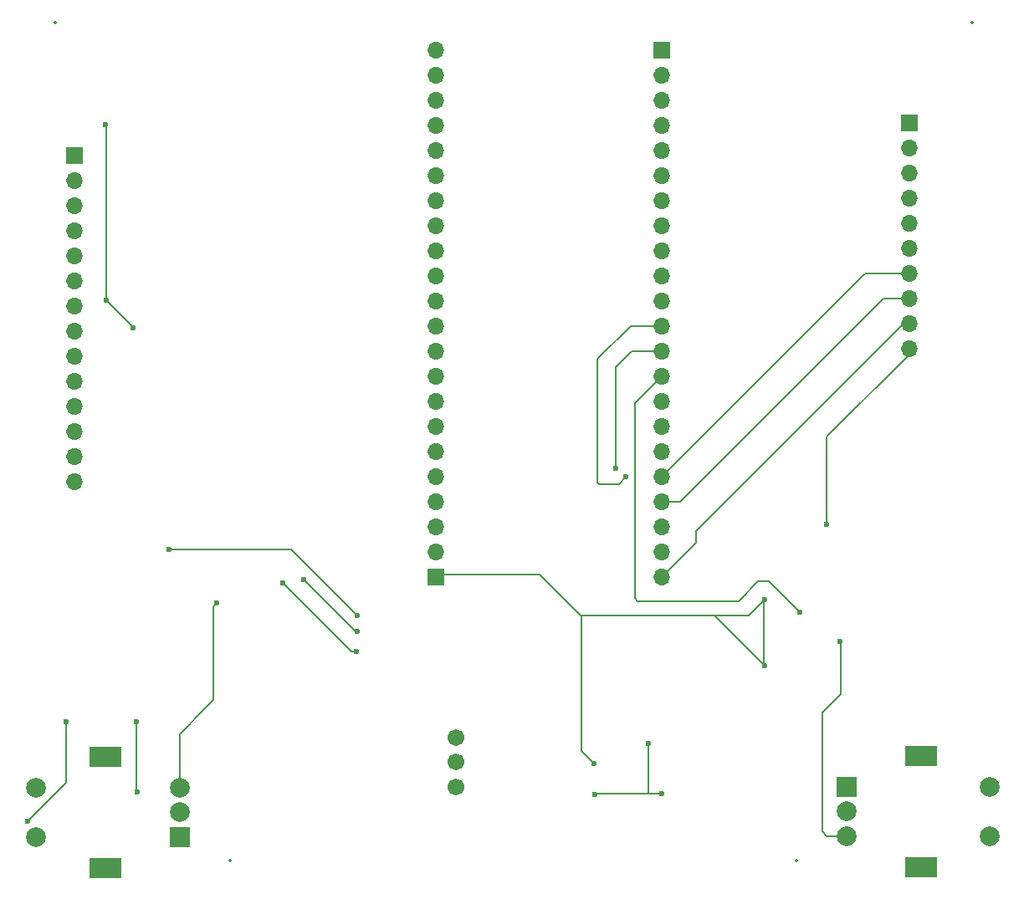
<source format=gbl>
%TF.GenerationSoftware,KiCad,Pcbnew,8.0.1-rc1*%
%TF.CreationDate,2024-08-02T09:31:45-04:00*%
%TF.ProjectId,Schema,53636865-6d61-42e6-9b69-6361645f7063,rev?*%
%TF.SameCoordinates,Original*%
%TF.FileFunction,Copper,L2,Bot*%
%TF.FilePolarity,Positive*%
%FSLAX46Y46*%
G04 Gerber Fmt 4.6, Leading zero omitted, Abs format (unit mm)*
G04 Created by KiCad (PCBNEW 8.0.1-rc1) date 2024-08-02 09:31:45*
%MOMM*%
%LPD*%
G01*
G04 APERTURE LIST*
%TA.AperFunction,ComponentPad*%
%ADD10R,1.700000X1.700000*%
%TD*%
%TA.AperFunction,ComponentPad*%
%ADD11O,1.700000X1.700000*%
%TD*%
%TA.AperFunction,ComponentPad*%
%ADD12R,2.000000X2.000000*%
%TD*%
%TA.AperFunction,ComponentPad*%
%ADD13C,2.000000*%
%TD*%
%TA.AperFunction,ComponentPad*%
%ADD14R,3.200000X2.000000*%
%TD*%
%TA.AperFunction,ComponentPad*%
%ADD15C,1.701800*%
%TD*%
%TA.AperFunction,ViaPad*%
%ADD16C,0.600000*%
%TD*%
%TA.AperFunction,Conductor*%
%ADD17C,0.200000*%
%TD*%
%ADD18C,0.300000*%
%ADD19C,0.350000*%
%ADD20O,2.800000X1.500000*%
G04 APERTURE END LIST*
D10*
%TO.P,J4,1,Pin_1*%
%TO.N,3V3*%
X75620000Y-49360000D03*
D11*
%TO.P,J4,2,Pin_2*%
%TO.N,GND*%
X75620000Y-51900000D03*
%TO.P,J4,3,Pin_3*%
%TO.N,/GPIO14-CS*%
X75620000Y-54440000D03*
%TO.P,J4,4,Pin_4*%
%TO.N,/GPIO13-RESET*%
X75620000Y-56980000D03*
%TO.P,J4,5,Pin_5*%
%TO.N,/GPIO12-DC*%
X75620000Y-59520000D03*
%TO.P,J4,6,Pin_6*%
%TO.N,/GPIO11-SDI*%
X75620000Y-62060000D03*
%TO.P,J4,7,Pin_7*%
%TO.N,/GPIO10-SCk*%
X75620000Y-64600000D03*
%TO.P,J4,8,Pin_8*%
%TO.N,3V3*%
X75620000Y-67140000D03*
%TO.P,J4,9,Pin_9*%
%TO.N,/GPIO9-SDO*%
X75620000Y-69680000D03*
%TO.P,J4,10,Pin_10*%
%TO.N,/T_CLK*%
X75620000Y-72220000D03*
%TO.P,J4,11,Pin_11*%
%TO.N,/T_CS*%
X75620000Y-74760000D03*
%TO.P,J4,12,Pin_12*%
%TO.N,/T_DIN*%
X75620000Y-77300000D03*
%TO.P,J4,13,Pin_13*%
%TO.N,/T_DO*%
X75620000Y-79840000D03*
%TO.P,J4,14,Pin_14*%
%TO.N,/T_IRQ*%
X75620000Y-82380000D03*
%TD*%
D12*
%TO.P,SW1,A,A*%
%TO.N,/GPIO42-chA_X*%
X86280000Y-118360000D03*
D13*
%TO.P,SW1,B,B*%
%TO.N,/GPIO41-chB_X*%
X86280000Y-113360000D03*
%TO.P,SW1,C,C*%
%TO.N,GND*%
X86280000Y-115860000D03*
D14*
%TO.P,SW1,MP*%
%TO.N,N/C*%
X78780000Y-121460000D03*
X78780000Y-110260000D03*
D13*
%TO.P,SW1,S1,S1*%
%TO.N,GND*%
X71780000Y-113360000D03*
%TO.P,SW1,S2,S2*%
%TO.N,Net-(R3-Pad1)*%
X71780000Y-118360000D03*
%TD*%
D15*
%TO.P,SW3,A*%
%TO.N,N/C*%
X114269100Y-108270000D03*
%TO.P,SW3,B*%
X114269100Y-110770000D03*
%TO.P,SW3,C*%
X114269100Y-113270000D03*
%TD*%
D12*
%TO.P,SW2,A,A*%
%TO.N,/GPIO40-chA_Y*%
X153780000Y-113280000D03*
D13*
%TO.P,SW2,B,B*%
%TO.N,/GPIO39-chB_Y*%
X153780000Y-118280000D03*
%TO.P,SW2,C,C*%
%TO.N,GND*%
X153780000Y-115780000D03*
D14*
%TO.P,SW2,MP*%
%TO.N,N/C*%
X161280000Y-110180000D03*
X161280000Y-121380000D03*
D13*
%TO.P,SW2,S1,S1*%
%TO.N,GND*%
X168280000Y-118280000D03*
%TO.P,SW2,S2,S2*%
%TO.N,Net-(R16-Pad2)*%
X168280000Y-113280000D03*
%TD*%
D10*
%TO.P,J3,1,Pin_1*%
%TO.N,/FSYNC*%
X160110000Y-46030000D03*
D11*
%TO.P,J3,2,Pin_2*%
%TO.N,/NCS*%
X160110000Y-48570000D03*
%TO.P,J3,3,Pin_3*%
%TO.N,/INT*%
X160110000Y-51110000D03*
%TO.P,J3,4,Pin_4*%
%TO.N,GND*%
X160110000Y-53650000D03*
%TO.P,J3,5,Pin_5*%
%TO.N,/ECL*%
X160110000Y-56190000D03*
%TO.P,J3,6,Pin_6*%
%TO.N,/EDA*%
X160110000Y-58730000D03*
%TO.P,J3,7,Pin_7*%
%TO.N,/GPIO2-SDA*%
X160110000Y-61270000D03*
%TO.P,J3,8,Pin_8*%
%TO.N,/GPIO1-SCL*%
X160110000Y-63810000D03*
%TO.P,J3,9,Pin_9*%
%TO.N,GND*%
X160110000Y-66350000D03*
%TO.P,J3,10,Pin_10*%
%TO.N,3V3*%
X160110000Y-68890000D03*
%TD*%
D10*
%TO.P,J1,1,Pin_1*%
%TO.N,3V3*%
X112220000Y-92010000D03*
D11*
%TO.P,J1,2,Pin_2*%
X112220000Y-89470000D03*
%TO.P,J1,3,Pin_3*%
%TO.N,/RST*%
X112220000Y-86930000D03*
%TO.P,J1,4,Pin_4*%
%TO.N,/GPIO4*%
X112220000Y-84390000D03*
%TO.P,J1,5,Pin_5*%
%TO.N,/GPIO5*%
X112220000Y-81850000D03*
%TO.P,J1,6,Pin_6*%
%TO.N,/GPIO6*%
X112220000Y-79310000D03*
%TO.P,J1,7,Pin_7*%
%TO.N,/GPIO7*%
X112220000Y-76770000D03*
%TO.P,J1,8,Pin_8*%
%TO.N,/GPIO15*%
X112220000Y-74230000D03*
%TO.P,J1,9,Pin_9*%
%TO.N,/GPIO16*%
X112220000Y-71690000D03*
%TO.P,J1,10,Pin_10*%
%TO.N,/GPIO17*%
X112220000Y-69150000D03*
%TO.P,J1,11,Pin_11*%
%TO.N,/GPIO18*%
X112220000Y-66610000D03*
%TO.P,J1,12,Pin_12*%
%TO.N,/GPIO8*%
X112220000Y-64070000D03*
%TO.P,J1,13,Pin_13*%
%TO.N,/GPIO3*%
X112220000Y-61530000D03*
%TO.P,J1,14,Pin_14*%
%TO.N,/GPIO46*%
X112220000Y-58990000D03*
%TO.P,J1,15,Pin_15*%
%TO.N,/GPIO9-SDO*%
X112220000Y-56450000D03*
%TO.P,J1,16,Pin_16*%
%TO.N,/GPIO10-SCk*%
X112220000Y-53910000D03*
%TO.P,J1,17,Pin_17*%
%TO.N,/GPIO11-SDI*%
X112220000Y-51370000D03*
%TO.P,J1,18,Pin_18*%
%TO.N,/GPIO12-DC*%
X112220000Y-48830000D03*
%TO.P,J1,19,Pin_19*%
%TO.N,/GPIO13-RESET*%
X112220000Y-46290000D03*
%TO.P,J1,20,Pin_20*%
%TO.N,/GPIO14-CS*%
X112220000Y-43750000D03*
%TO.P,J1,21,Pin_21*%
%TO.N,5V*%
X112220000Y-41210000D03*
%TO.P,J1,22,Pin_22*%
%TO.N,GND*%
X112220000Y-38670000D03*
%TD*%
D10*
%TO.P,J2,1,Pin_1*%
%TO.N,GND*%
X135070000Y-38660000D03*
D11*
%TO.P,J2,2,Pin_2*%
X135070000Y-41200000D03*
%TO.P,J2,3,Pin_3*%
%TO.N,/GPIO19*%
X135070000Y-43740000D03*
%TO.P,J2,4,Pin_4*%
%TO.N,/GPIO20*%
X135070000Y-46280000D03*
%TO.P,J2,5,Pin_5*%
%TO.N,/GPIO21-BSW3*%
X135070000Y-48820000D03*
%TO.P,J2,6,Pin_6*%
%TO.N,/GPIO47-BSW2*%
X135070000Y-51360000D03*
%TO.P,J2,7,Pin_7*%
%TO.N,/GPIO48-BSW1*%
X135070000Y-53900000D03*
%TO.P,J2,8,Pin_8*%
%TO.N,/GPIO45*%
X135070000Y-56440000D03*
%TO.P,J2,9,Pin_9*%
%TO.N,/GPIO0*%
X135070000Y-58980000D03*
%TO.P,J2,10,Pin_10*%
%TO.N,/GPIO35*%
X135070000Y-61520000D03*
%TO.P,J2,11,Pin_11*%
%TO.N,/GPIO36*%
X135070000Y-64060000D03*
%TO.P,J2,12,Pin_12*%
%TO.N,/GPIO37-chB_S*%
X135070000Y-66600000D03*
%TO.P,J2,13,Pin_13*%
%TO.N,/GPIO38_chA_S*%
X135070000Y-69140000D03*
%TO.P,J2,14,Pin_14*%
%TO.N,/GPIO39-chB_Y*%
X135070000Y-71680000D03*
%TO.P,J2,15,Pin_15*%
%TO.N,/GPIO40-chA_Y*%
X135070000Y-74220000D03*
%TO.P,J2,16,Pin_16*%
%TO.N,/GPIO41-chB_X*%
X135070000Y-76760000D03*
%TO.P,J2,17,Pin_17*%
%TO.N,/GPIO42-chA_X*%
X135070000Y-79300000D03*
%TO.P,J2,18,Pin_18*%
%TO.N,/GPIO2-SDA*%
X135070000Y-81840000D03*
%TO.P,J2,19,Pin_19*%
%TO.N,/GPIO1-SCL*%
X135070000Y-84380000D03*
%TO.P,J2,20,Pin_20*%
%TO.N,/RX*%
X135070000Y-86920000D03*
%TO.P,J2,21,Pin_21*%
%TO.N,/TX*%
X135070000Y-89460000D03*
%TO.P,J2,22,Pin_22*%
%TO.N,GND*%
X135070000Y-92000000D03*
%TD*%
D16*
%TO.N,3V3*%
X81580000Y-66780000D03*
X78800000Y-46260000D03*
X78830000Y-63970000D03*
X145510000Y-94300000D03*
X151780000Y-86700000D03*
X128240000Y-110907500D03*
X145450000Y-101020000D03*
%TO.N,Net-(C5-Pad1)*%
X133730000Y-108916860D03*
X135089057Y-113960000D03*
X128270000Y-114020000D03*
%TO.N,/GPIO38_chA_S*%
X130390000Y-81010000D03*
%TO.N,/GPIO41-chB_X*%
X89990000Y-94690000D03*
X98820000Y-92300000D03*
X104220000Y-97540000D03*
%TO.N,/GPIO42-chA_X*%
X96700000Y-92640000D03*
X81955000Y-113795000D03*
X81900000Y-106690000D03*
X104200000Y-99610000D03*
%TO.N,/GPIO48-BSW1*%
X85220000Y-89230000D03*
X104250000Y-95930000D03*
%TO.N,/GPIO37-chB_S*%
X131470000Y-81880000D03*
%TO.N,/GPIO39-chB_Y*%
X149020000Y-95570000D03*
X153130000Y-98550000D03*
%TO.N,Net-(R3-Pad1)*%
X70870000Y-116760000D03*
X74805000Y-106665000D03*
%TD*%
D17*
%TO.N,3V3*%
X126880000Y-95930000D02*
X140390000Y-95930000D01*
X160110000Y-69480000D02*
X160110000Y-68890000D01*
X122740000Y-91790000D02*
X112200000Y-91790000D01*
X78800000Y-46260000D02*
X78830000Y-46290000D01*
X78830000Y-46290000D02*
X78830000Y-63970000D01*
X78830000Y-63970000D02*
X81580000Y-66720000D01*
X143880000Y-95930000D02*
X145510000Y-94300000D01*
X145450000Y-101020000D02*
X145420000Y-100990000D01*
X140390000Y-95960000D02*
X140390000Y-95930000D01*
X126960000Y-96010000D02*
X126880000Y-95930000D01*
X145420000Y-100990000D02*
X145440000Y-96220000D01*
X151780000Y-86700000D02*
X151780000Y-77810000D01*
X145450000Y-101020000D02*
X140390000Y-95960000D01*
X128240000Y-110907500D02*
X126960000Y-109627500D01*
X151780000Y-77810000D02*
X160110000Y-69480000D01*
X145440000Y-96220000D02*
X145440000Y-94370000D01*
X140390000Y-95930000D02*
X143880000Y-95930000D01*
X81580000Y-66720000D02*
X81580000Y-66780000D01*
X145440000Y-94370000D02*
X145510000Y-94300000D01*
X126960000Y-96010000D02*
X122740000Y-91790000D01*
X126960000Y-109627500D02*
X126960000Y-96010000D01*
%TO.N,GND*%
X159530000Y-66350000D02*
X138530000Y-87350000D01*
X160110000Y-66350000D02*
X159530000Y-66350000D01*
X138530000Y-88540000D02*
X135070000Y-92000000D01*
X138530000Y-87350000D02*
X138530000Y-88540000D01*
%TO.N,Net-(C5-Pad1)*%
X128350000Y-113960000D02*
X128410000Y-113960000D01*
X133730000Y-113960000D02*
X128470000Y-113960000D01*
X133730000Y-108916860D02*
X133730000Y-113960000D01*
X135200000Y-113849057D02*
X135249057Y-113849057D01*
X135089057Y-113960000D02*
X133730000Y-113960000D01*
X128270000Y-114020000D02*
X128350000Y-113960000D01*
X128470000Y-113960000D02*
X128270000Y-114020000D01*
%TO.N,Net-(C6-Pad1)*%
X114299100Y-110800000D02*
X114269100Y-110770000D01*
%TO.N,/GPIO1-SCL*%
X157470000Y-63810000D02*
X136900000Y-84380000D01*
X136900000Y-84380000D02*
X135070000Y-84380000D01*
X160110000Y-63810000D02*
X157470000Y-63810000D01*
%TO.N,/GPIO38_chA_S*%
X132040000Y-69140000D02*
X135070000Y-69140000D01*
X130390000Y-81010000D02*
X130390000Y-70790000D01*
X130390000Y-81010000D02*
X130440000Y-81060000D01*
X130390000Y-70790000D02*
X132040000Y-69140000D01*
%TO.N,/GPIO2-SDA*%
X155640000Y-61270000D02*
X135070000Y-81840000D01*
X160110000Y-61270000D02*
X155640000Y-61270000D01*
%TO.N,/GPIO41-chB_X*%
X104250000Y-97570000D02*
X104290000Y-97570000D01*
X89710000Y-104480000D02*
X89710000Y-95380000D01*
X89710000Y-95380000D02*
X89710000Y-95000000D01*
X90020000Y-94690000D02*
X89950000Y-94760000D01*
X104190000Y-97570000D02*
X104220000Y-97540000D01*
X98820000Y-92300000D02*
X104090000Y-97570000D01*
X89990000Y-94720000D02*
X89990000Y-94690000D01*
X86280000Y-107910000D02*
X88830000Y-105360000D01*
X86280000Y-113360000D02*
X86280000Y-107910000D01*
X104220000Y-97540000D02*
X104250000Y-97570000D01*
X89710000Y-95000000D02*
X89990000Y-94720000D01*
X104090000Y-97570000D02*
X104190000Y-97570000D01*
X89990000Y-94690000D02*
X90020000Y-94690000D01*
X88830000Y-105360000D02*
X89710000Y-104480000D01*
%TO.N,/GPIO42-chA_X*%
X104200000Y-99610000D02*
X104200000Y-99580000D01*
X103640000Y-99580000D02*
X104200000Y-99610000D01*
X81900000Y-106690000D02*
X81930000Y-106760000D01*
X81955000Y-113795000D02*
X81900000Y-113740000D01*
X81900000Y-113740000D02*
X81900000Y-106690000D01*
X96700000Y-92640000D02*
X103640000Y-99580000D01*
%TO.N,/GPIO48-BSW1*%
X97550000Y-89230000D02*
X104250000Y-95930000D01*
X85220000Y-89230000D02*
X97550000Y-89230000D01*
%TO.N,/GPIO37-chB_S*%
X128540000Y-82440000D02*
X128540000Y-69970000D01*
X131470000Y-81880000D02*
X130720000Y-82630000D01*
X128540000Y-69970000D02*
X131910000Y-66600000D01*
X128730000Y-82630000D02*
X128540000Y-82440000D01*
X130720000Y-82630000D02*
X128730000Y-82630000D01*
X131910000Y-66600000D02*
X135070000Y-66600000D01*
%TO.N,/GPIO39-chB_Y*%
X145940000Y-92490000D02*
X144830000Y-92490000D01*
X153160000Y-103920000D02*
X153160000Y-98680000D01*
X153130000Y-98650000D02*
X153130000Y-98550000D01*
X144830000Y-92490000D02*
X142850000Y-94470000D01*
X132640000Y-94470000D02*
X132350000Y-94180000D01*
X153160000Y-98680000D02*
X153130000Y-98650000D01*
X142850000Y-94470000D02*
X132640000Y-94470000D01*
X153030000Y-98550000D02*
X153130000Y-98650000D01*
X151310000Y-105770000D02*
X153160000Y-103920000D01*
X149020000Y-95570000D02*
X145940000Y-92490000D01*
X151310000Y-117800000D02*
X151310000Y-105770000D01*
X132350000Y-94180000D02*
X132350000Y-74400000D01*
X153780000Y-118280000D02*
X151790000Y-118280000D01*
X132350000Y-74400000D02*
X135070000Y-71680000D01*
X151790000Y-118280000D02*
X151310000Y-117800000D01*
X153130000Y-98550000D02*
X153030000Y-98550000D01*
%TO.N,Net-(R3-Pad1)*%
X74805000Y-112825000D02*
X74805000Y-106665000D01*
X70870000Y-116760000D02*
X74805000Y-112825000D01*
X74805000Y-106665000D02*
X74770000Y-106700000D01*
%TD*%
D18*
X81580000Y-66780000D03*
X78800000Y-46260000D03*
X78830000Y-63970000D03*
X145510000Y-94300000D03*
X151780000Y-86700000D03*
X128240000Y-110907500D03*
X145450000Y-101020000D03*
X133730000Y-108916860D03*
X135089057Y-113960000D03*
X128270000Y-114020000D03*
X130390000Y-81010000D03*
X89990000Y-94690000D03*
X98820000Y-92300000D03*
X104220000Y-97540000D03*
X96700000Y-92640000D03*
X81955000Y-113795000D03*
X81900000Y-106690000D03*
X104200000Y-99610000D03*
X85220000Y-89230000D03*
X104250000Y-95930000D03*
X131470000Y-81880000D03*
X149020000Y-95570000D03*
X153130000Y-98550000D03*
X70870000Y-116760000D03*
X74805000Y-106665000D03*
D19*
X148700000Y-120750000D03*
X91350000Y-120750000D03*
X166500000Y-35900000D03*
X73650000Y-35900000D03*
X75620000Y-49360000D03*
X75620000Y-51900000D03*
X75620000Y-54440000D03*
X75620000Y-56980000D03*
X75620000Y-59520000D03*
X75620000Y-62060000D03*
X75620000Y-64600000D03*
X75620000Y-67140000D03*
X75620000Y-69680000D03*
X75620000Y-72220000D03*
X75620000Y-74760000D03*
X75620000Y-77300000D03*
X75620000Y-79840000D03*
X75620000Y-82380000D03*
X86280000Y-118360000D03*
X86280000Y-113360000D03*
X86280000Y-115860000D03*
D20*
X78780000Y-121460000D03*
X78780000Y-110260000D03*
D19*
X71780000Y-113360000D03*
X71780000Y-118360000D03*
X114269100Y-108270000D03*
X114269100Y-110770000D03*
X114269100Y-113270000D03*
X153780000Y-113280000D03*
X153780000Y-118280000D03*
X153780000Y-115780000D03*
D20*
X161280000Y-110180000D03*
X161280000Y-121380000D03*
D19*
X168280000Y-118280000D03*
X168280000Y-113280000D03*
X160110000Y-46030000D03*
X160110000Y-48570000D03*
X160110000Y-51110000D03*
X160110000Y-53650000D03*
X160110000Y-56190000D03*
X160110000Y-58730000D03*
X160110000Y-61270000D03*
X160110000Y-63810000D03*
X160110000Y-66350000D03*
X160110000Y-68890000D03*
X112220000Y-92010000D03*
X112220000Y-89470000D03*
X112220000Y-86930000D03*
X112220000Y-84390000D03*
X112220000Y-81850000D03*
X112220000Y-79310000D03*
X112220000Y-76770000D03*
X112220000Y-74230000D03*
X112220000Y-71690000D03*
X112220000Y-69150000D03*
X112220000Y-66610000D03*
X112220000Y-64070000D03*
X112220000Y-61530000D03*
X112220000Y-58990000D03*
X112220000Y-56450000D03*
X112220000Y-53910000D03*
X112220000Y-51370000D03*
X112220000Y-48830000D03*
X112220000Y-46290000D03*
X112220000Y-43750000D03*
X112220000Y-41210000D03*
X112220000Y-38670000D03*
X135070000Y-38660000D03*
X135070000Y-41200000D03*
X135070000Y-43740000D03*
X135070000Y-46280000D03*
X135070000Y-48820000D03*
X135070000Y-51360000D03*
X135070000Y-53900000D03*
X135070000Y-56440000D03*
X135070000Y-58980000D03*
X135070000Y-61520000D03*
X135070000Y-64060000D03*
X135070000Y-66600000D03*
X135070000Y-69140000D03*
X135070000Y-71680000D03*
X135070000Y-74220000D03*
X135070000Y-76760000D03*
X135070000Y-79300000D03*
X135070000Y-81840000D03*
X135070000Y-84380000D03*
X135070000Y-86920000D03*
X135070000Y-89460000D03*
X135070000Y-92000000D03*
M02*

</source>
